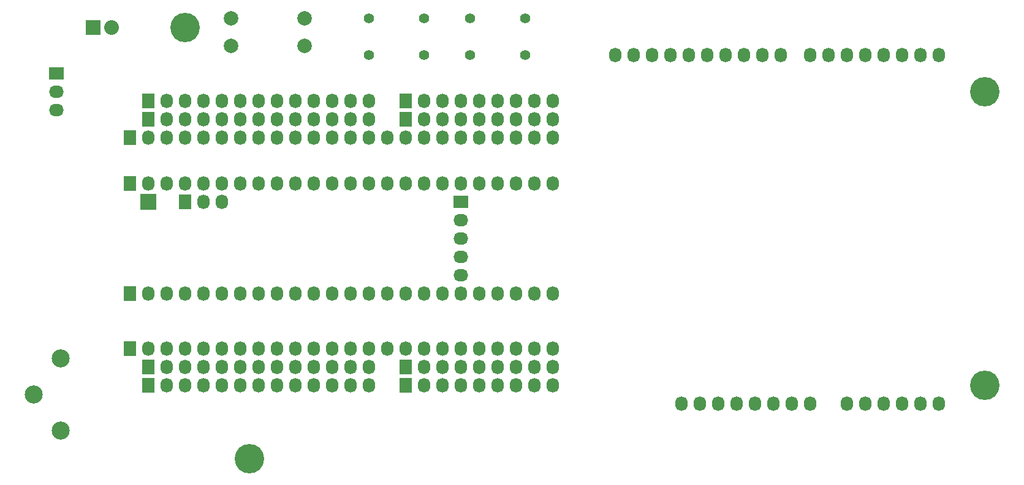
<source format=gbr>
G04 #@! TF.FileFunction,Soldermask,Top*
%FSLAX46Y46*%
G04 Gerber Fmt 4.6, Leading zero omitted, Abs format (unit mm)*
G04 Created by KiCad (PCBNEW 4.0.4-stable) date 11/17/16 14:27:39*
%MOMM*%
%LPD*%
G01*
G04 APERTURE LIST*
%ADD10C,0.100000*%
%ADD11O,1.727200X2.032000*%
%ADD12C,4.064000*%
%ADD13C,2.499360*%
%ADD14R,1.727200X2.032000*%
%ADD15R,2.032000X1.727200*%
%ADD16O,2.032000X1.727200*%
%ADD17R,2.235200X2.235200*%
%ADD18R,2.032000X2.032000*%
%ADD19O,2.032000X2.032000*%
%ADD20C,1.397000*%
%ADD21C,1.998980*%
G04 APERTURE END LIST*
D10*
D11*
X133858000Y-123825000D03*
X136398000Y-123825000D03*
X138938000Y-123825000D03*
X141478000Y-123825000D03*
X144018000Y-123825000D03*
X146558000Y-123825000D03*
X149098000Y-123825000D03*
X151638000Y-123825000D03*
X156718000Y-123825000D03*
X159258000Y-123825000D03*
X161798000Y-123825000D03*
X164338000Y-123825000D03*
X166878000Y-123825000D03*
X169418000Y-123825000D03*
X124714000Y-75565000D03*
X127254000Y-75565000D03*
X129794000Y-75565000D03*
X132334000Y-75565000D03*
X134874000Y-75565000D03*
X137414000Y-75565000D03*
X139954000Y-75565000D03*
X142494000Y-75565000D03*
X145034000Y-75565000D03*
X147574000Y-75565000D03*
X151638000Y-75565000D03*
X154178000Y-75565000D03*
X156718000Y-75565000D03*
X159258000Y-75565000D03*
X161798000Y-75565000D03*
X164338000Y-75565000D03*
X166878000Y-75565000D03*
X169418000Y-75565000D03*
D12*
X74168000Y-131445000D03*
X175768000Y-121285000D03*
X65278000Y-71755000D03*
X175768000Y-80645000D03*
D13*
X48127920Y-127556260D03*
X44328080Y-122555000D03*
X48127920Y-117553740D03*
D14*
X95758000Y-121285000D03*
D11*
X98298000Y-121285000D03*
X100838000Y-121285000D03*
X103378000Y-121285000D03*
X105918000Y-121285000D03*
X108458000Y-121285000D03*
X110998000Y-121285000D03*
X113538000Y-121285000D03*
X116078000Y-121285000D03*
D14*
X95758000Y-118745000D03*
D11*
X98298000Y-118745000D03*
X100838000Y-118745000D03*
X103378000Y-118745000D03*
X105918000Y-118745000D03*
X108458000Y-118745000D03*
X110998000Y-118745000D03*
X113538000Y-118745000D03*
X116078000Y-118745000D03*
D14*
X60198000Y-121285000D03*
D11*
X62738000Y-121285000D03*
X65278000Y-121285000D03*
X67818000Y-121285000D03*
X70358000Y-121285000D03*
X72898000Y-121285000D03*
X75438000Y-121285000D03*
X77978000Y-121285000D03*
X80518000Y-121285000D03*
X83058000Y-121285000D03*
X85598000Y-121285000D03*
X88138000Y-121285000D03*
X90678000Y-121285000D03*
D14*
X95758000Y-84455000D03*
D11*
X98298000Y-84455000D03*
X100838000Y-84455000D03*
X103378000Y-84455000D03*
X105918000Y-84455000D03*
X108458000Y-84455000D03*
X110998000Y-84455000D03*
X113538000Y-84455000D03*
X116078000Y-84455000D03*
D14*
X60198000Y-118745000D03*
D11*
X62738000Y-118745000D03*
X65278000Y-118745000D03*
X67818000Y-118745000D03*
X70358000Y-118745000D03*
X72898000Y-118745000D03*
X75438000Y-118745000D03*
X77978000Y-118745000D03*
X80518000Y-118745000D03*
X83058000Y-118745000D03*
X85598000Y-118745000D03*
X88138000Y-118745000D03*
X90678000Y-118745000D03*
D14*
X95758000Y-81915000D03*
D11*
X98298000Y-81915000D03*
X100838000Y-81915000D03*
X103378000Y-81915000D03*
X105918000Y-81915000D03*
X108458000Y-81915000D03*
X110998000Y-81915000D03*
X113538000Y-81915000D03*
X116078000Y-81915000D03*
D14*
X57658000Y-116205000D03*
D11*
X60198000Y-116205000D03*
X62738000Y-116205000D03*
X65278000Y-116205000D03*
X67818000Y-116205000D03*
X70358000Y-116205000D03*
X72898000Y-116205000D03*
X75438000Y-116205000D03*
X77978000Y-116205000D03*
X80518000Y-116205000D03*
X83058000Y-116205000D03*
X85598000Y-116205000D03*
X88138000Y-116205000D03*
X90678000Y-116205000D03*
X93218000Y-116205000D03*
X95758000Y-116205000D03*
X98298000Y-116205000D03*
X100838000Y-116205000D03*
X103378000Y-116205000D03*
X105918000Y-116205000D03*
X108458000Y-116205000D03*
X110998000Y-116205000D03*
X113538000Y-116205000D03*
X116078000Y-116205000D03*
D14*
X57658000Y-108585000D03*
D11*
X60198000Y-108585000D03*
X62738000Y-108585000D03*
X65278000Y-108585000D03*
X67818000Y-108585000D03*
X70358000Y-108585000D03*
X72898000Y-108585000D03*
X75438000Y-108585000D03*
X77978000Y-108585000D03*
X80518000Y-108585000D03*
X83058000Y-108585000D03*
X85598000Y-108585000D03*
X88138000Y-108585000D03*
X90678000Y-108585000D03*
X93218000Y-108585000D03*
X95758000Y-108585000D03*
X98298000Y-108585000D03*
X100838000Y-108585000D03*
X103378000Y-108585000D03*
X105918000Y-108585000D03*
X108458000Y-108585000D03*
X110998000Y-108585000D03*
X113538000Y-108585000D03*
X116078000Y-108585000D03*
D15*
X103378000Y-95885000D03*
D16*
X103378000Y-98425000D03*
X103378000Y-100965000D03*
X103378000Y-103505000D03*
X103378000Y-106045000D03*
D14*
X65278000Y-95885000D03*
D11*
X67818000Y-95885000D03*
X70358000Y-95885000D03*
D15*
X47498000Y-78105000D03*
D16*
X47498000Y-80645000D03*
X47498000Y-83185000D03*
D17*
X60198000Y-95885000D03*
D14*
X57658000Y-93345000D03*
D11*
X60198000Y-93345000D03*
X62738000Y-93345000D03*
X65278000Y-93345000D03*
X67818000Y-93345000D03*
X70358000Y-93345000D03*
X72898000Y-93345000D03*
X75438000Y-93345000D03*
X77978000Y-93345000D03*
X80518000Y-93345000D03*
X83058000Y-93345000D03*
X85598000Y-93345000D03*
X88138000Y-93345000D03*
X90678000Y-93345000D03*
X93218000Y-93345000D03*
X95758000Y-93345000D03*
X98298000Y-93345000D03*
X100838000Y-93345000D03*
X103378000Y-93345000D03*
X105918000Y-93345000D03*
X108458000Y-93345000D03*
X110998000Y-93345000D03*
X113538000Y-93345000D03*
X116078000Y-93345000D03*
D18*
X52578000Y-71755000D03*
D19*
X55118000Y-71755000D03*
D14*
X57658000Y-86995000D03*
D11*
X60198000Y-86995000D03*
X62738000Y-86995000D03*
X65278000Y-86995000D03*
X67818000Y-86995000D03*
X70358000Y-86995000D03*
X72898000Y-86995000D03*
X75438000Y-86995000D03*
X77978000Y-86995000D03*
X80518000Y-86995000D03*
X83058000Y-86995000D03*
X85598000Y-86995000D03*
X88138000Y-86995000D03*
X90678000Y-86995000D03*
X93218000Y-86995000D03*
X95758000Y-86995000D03*
X98298000Y-86995000D03*
X100838000Y-86995000D03*
X103378000Y-86995000D03*
X105918000Y-86995000D03*
X108458000Y-86995000D03*
X110998000Y-86995000D03*
X113538000Y-86995000D03*
X116078000Y-86995000D03*
D14*
X60198000Y-84455000D03*
D11*
X62738000Y-84455000D03*
X65278000Y-84455000D03*
X67818000Y-84455000D03*
X70358000Y-84455000D03*
X72898000Y-84455000D03*
X75438000Y-84455000D03*
X77978000Y-84455000D03*
X80518000Y-84455000D03*
X83058000Y-84455000D03*
X85598000Y-84455000D03*
X88138000Y-84455000D03*
X90678000Y-84455000D03*
D14*
X60198000Y-81915000D03*
D11*
X62738000Y-81915000D03*
X65278000Y-81915000D03*
X67818000Y-81915000D03*
X70358000Y-81915000D03*
X72898000Y-81915000D03*
X75438000Y-81915000D03*
X77978000Y-81915000D03*
X80518000Y-81915000D03*
X83058000Y-81915000D03*
X85598000Y-81915000D03*
X88138000Y-81915000D03*
X90678000Y-81915000D03*
D20*
X112268000Y-70485000D03*
X112268000Y-75565000D03*
X104648000Y-70485000D03*
X104648000Y-75565000D03*
X98298000Y-70485000D03*
X98298000Y-75565000D03*
X90678000Y-70485000D03*
X90678000Y-75565000D03*
D21*
X71628000Y-70485000D03*
X81788000Y-70485000D03*
X71628000Y-74295000D03*
X81788000Y-74295000D03*
M02*

</source>
